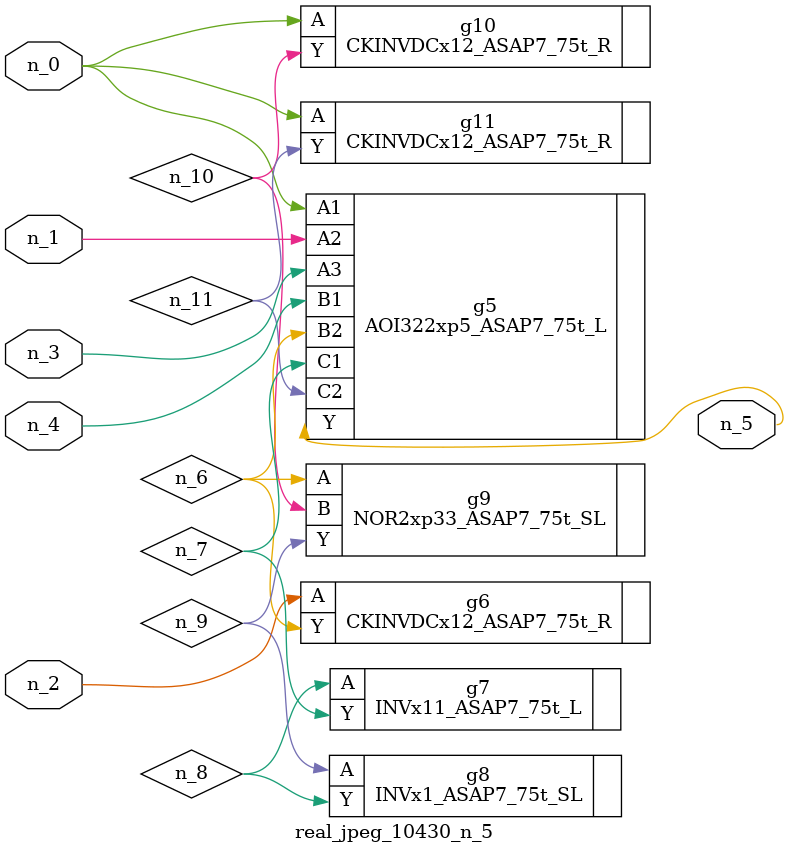
<source format=v>
module real_jpeg_10430_n_5 (n_4, n_0, n_1, n_2, n_3, n_5);

input n_4;
input n_0;
input n_1;
input n_2;
input n_3;

output n_5;

wire n_8;
wire n_11;
wire n_6;
wire n_7;
wire n_10;
wire n_9;

AOI322xp5_ASAP7_75t_L g5 ( 
.A1(n_0),
.A2(n_1),
.A3(n_3),
.B1(n_4),
.B2(n_6),
.C1(n_7),
.C2(n_11),
.Y(n_5)
);

CKINVDCx12_ASAP7_75t_R g10 ( 
.A(n_0),
.Y(n_10)
);

CKINVDCx12_ASAP7_75t_R g11 ( 
.A(n_0),
.Y(n_11)
);

CKINVDCx12_ASAP7_75t_R g6 ( 
.A(n_2),
.Y(n_6)
);

NOR2xp33_ASAP7_75t_SL g9 ( 
.A(n_6),
.B(n_10),
.Y(n_9)
);

INVx11_ASAP7_75t_L g7 ( 
.A(n_8),
.Y(n_7)
);

INVx1_ASAP7_75t_SL g8 ( 
.A(n_9),
.Y(n_8)
);


endmodule
</source>
